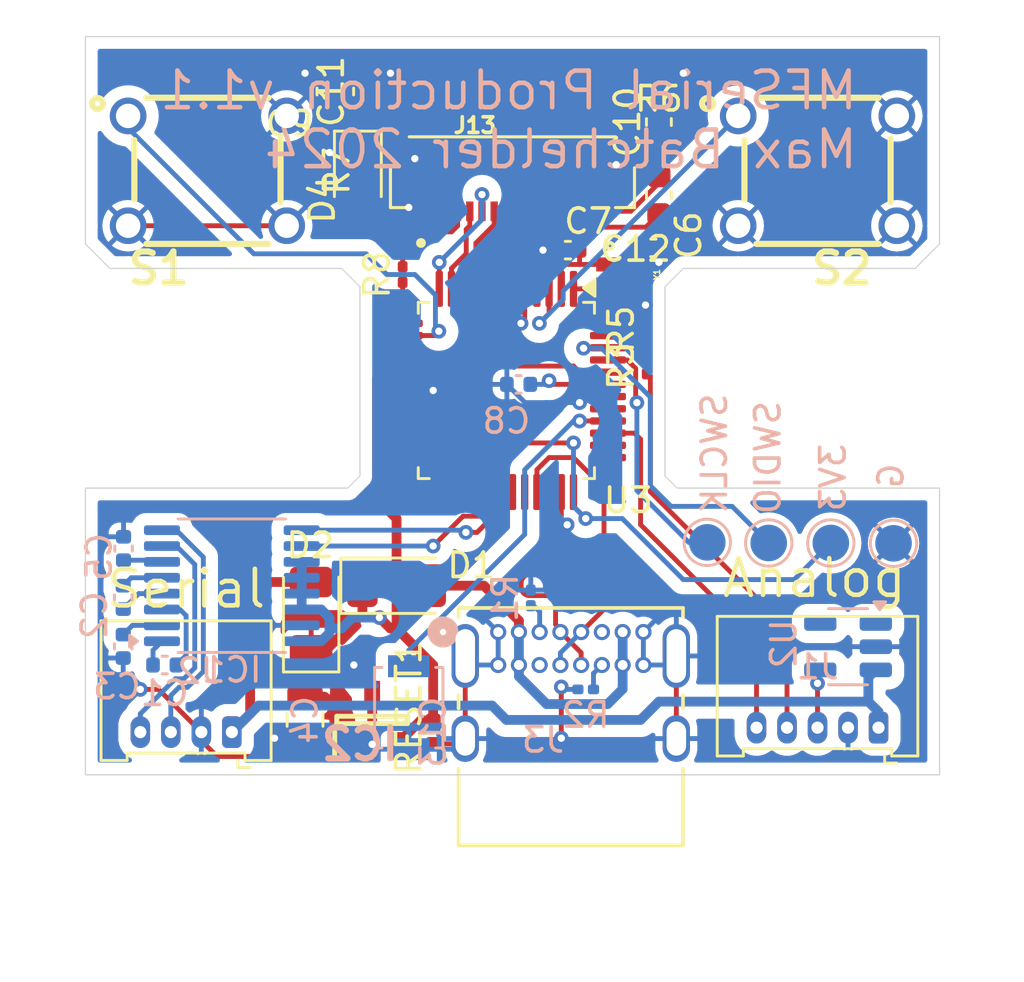
<source format=kicad_pcb>
(kicad_pcb (version 20240108) (generator "pcbnew") (generator_version "8.0")
  (layers (0 "F.Cu" signal) (31 "B.Cu" signal) (34 "B.Paste" user) (35 "F.Paste" user) (36 "B.SilkS" user "B.Silkscreen") (37 "F.SilkS" user "F.Silkscreen") (38 "B.Mask" user) (39 "F.Mask" user) (44 "Edge.Cuts" user))
  (net 0 "")
  (net 1 "/Net-(IC1-C1-)")
  (net 2 "/Net-(IC1-C1+)")
  (net 3 "/Net-(IC1-C2+)")
  (net 4 "/Net-(IC1-C2-)")
  (net 5 "GND")
  (net 6 "/Net-(IC1-V+)")
  (net 7 "VIN")
  (net 8 "/Net-(IC1-V-)")
  (net 9 "Net-(U3-PA00)")
  (net 10 "Net-(U3-PA01)")
  (net 11 "Net-(U3-VDDCORE)")
  (net 12 "Net-(C9-Pad2)")
  (net 13 "Net-(C10-Pad2)")
  (net 14 "Net-(C10-Pad1)")
  (net 15 "Net-(C11-Pad1)")
  (net 16 "Net-(C12-Pad1)")
  (net 17 "Net-(C12-Pad2)")
  (net 18 "+3V3")
  (net 19 "VUSB")
  (net 20 "+24V")
  (net 22 "Net-(D4-A)")
  (net 23 "SWDIO")
  (net 24 "SWCLK")
  (net 25 "/Net-(J8-CC1)")
  (net 26 "/Net-(J8-CC2)")
  (net 27 "ZOOM")
  (net 28 "ZSIG")
  (net 29 "SETLED")
  (net 30 "Net-(J13-Pad4)")
  (net 33 "ZREF")
  (net 34 "TOUT1")
  (net 35 "RIN1")
  (net 36 "ROUT1")
  (net 37 "TIN1")
  (net 38 "RUN")
  (net 39 "D-")
  (net 40 "D+")
  (net 43 "SCK")
  (net 44 "OLED_CS")
  (net 45 "OLED_DC")
  (net 46 "MOSI")
  (net 47 "RST")
  (net 48 "SETBTN")
  (net 49 "SOFTBTN")
  (net 55 "RXD")
  (net 57 "TXD")
  (net 58 "SCL")
  (net 59 "RXLED")
  (net 62 "OLED_RST")
  (net 64 "MISO")
  (net 65 "SDA")
  (footprint "Diode_SMD:D_1206_3216Metric" (layer "F.Cu") (at 101.75 87)
    (property "Reference" "D1")
    (property "Value" "D_Schottky")
  )
  (footprint "Capacitor_SMD:C_0603_1608Metric" (layer "F.Cu") (at 112.5 68 90)
    (property "Reference" "C10")
    (property "Value" "1uF")
  )
  (footprint "Connector_Molex:Molex_PicoBlade_53048-0510_1x05_P1.25mm_Horizontal" (layer "F.Cu") (at 121.5 92.817565 180)
    (property "Reference" "J1")
    (property "Value" "530480510")
  )
  (footprint "Capacitor_SMD:C_0402_1005Metric" (layer "F.Cu") (at 108.77 73.25)
    (property "Reference" "C7")
    (property "Value" "22pF")
  )
  (footprint "USB4085_GF_A:CONN16_USB4085-GF-A_GCT" (layer "F.Cu") (at 105.914444 88.9)
    (property "Reference" "J3")
    (property "Value" "USB4085-GF-A_REVB")
  )
  (footprint "Resistor_SMD:R_0201_0603Metric" (layer "F.Cu") (at 102 74.25 90)
    (property "Reference" "R8")
    (property "Value" "65")
  )
  (footprint "Connector_Molex:Molex_PicoBlade_53048-0410_1x04_P1.25mm_Horizontal" (layer "F.Cu") (at 95 93 180)
    (property "Reference" "J2")
    (property "Value" "530480410")
  )
  (footprint "Resistor_SMD:R_0201_0603Metric" (layer "F.Cu") (at 98.25 70 -90)
    (property "Reference" "R7")
    (property "Value" "680K")
  )
  (footprint "Resistor_SMD:R_0201_0603Metric" (layer "F.Cu") (at 112 78 90)
    (property "Reference" "R3")
    (property "Value" "4K7")
  )
  (footprint "FH34SRJ_16S_0_5SH_50:HRS_FH34SRJ-16S-0.5SH_50_" (layer "F.Cu") (at 106.5 70.406454 180)
    (property "Reference" "J13")
    (property "Value" "FH34SRJ-16S-0.5SH_50_")
  )
  (footprint "Resistor_SMD:R_0201_0603Metric" (layer "F.Cu") (at 112.5 66 180)
    (property "Reference" "R6")
    (property "Value" "5K1")
  )
  (footprint "Capacitor_SMD:C_0402_1005Metric" (layer "F.Cu") (at 112.272649 73.157284 180)
    (property "Reference" "C6")
    (property "Value" "22pF")
  )
  (footprint "Package_QFP:TQFP-48_7x7mm_P0.5mm" (layer "F.Cu") (at 106.25 79 -90)
    (property "Reference" "U3")
    (property "Value" "ATSAMD21G18A-AUT")
  )
  (footprint "Capacitor_SMD:C_0603_1608Metric" (layer "F.Cu") (at 100.5 66.75 90)
    (property "Reference" "C11")
    (property "Value" "10uF")
  )
  (footprint "FSM10JH:FSM4JH" (layer "F.Cu") (at 94 70)
    (property "Reference" "S1")
    (property "Value" "FSM12JH" (hide yes))
  )
  (footprint "Diode_SMD:D_1206_3216Metric" (layer "F.Cu") (at 98.25 88.25 90)
    (property "Reference" "D2")
    (property "Value" "D_Schottky")
  )
  (footprint "Capacitor_SMD:C_0402_1005Metric" (layer "F.Cu") (at 103.25 93 90)
    (property "Reference" "C13")
    (property "Value" "10uF,10V+")
  )
  (footprint "ECS__327_12_5_1210_TR:XTAL_ECS-.327-12.5-1210-TR" (layer "F.Cu") (at 110.5 74.25 -90)
    (property "Reference" "Y1")
    (property "Value" "ECS-.327-12.5-1210-TR")
  )
  (footprint "Capacitor_SMD:C_0603_1608Metric" (layer "F.Cu") (at 99 66.75 -90)
    (property "Reference" "C9")
    (property "Value" "10uF")
  )
  (footprint "Capacitor_SMD:C_0603_1608Metric" (layer "F.Cu") (at 112.5 71 -90)
    (property "Reference" "C12")
    (property "Value" "1uF")
  )
  (footprint "Capacitor_SMD:C_0805_2012Metric" (layer "F.Cu") (at 98 92.5 90)
    (property "Reference" "C4")
    (property "Value" "1uF,60V+")
  )
  (footprint "AP7375-33SA-7:SOT96P240X110-3N" (layer "F.Cu") (at 100.75 92.5 90)
    (property "Reference" "IC2")
    (property "Value" "AP7375-33SA-7" (hide yes))
  )
  (footprint "FSM10JH:FSM4JH" (layer "F.Cu") (at 119 70)
    (property "Reference" "S2")
    (property "Value" "FSM12JH" (hide yes))
  )
  (footprint "LED_SMD:LED_0805_2012Metric" (layer "F.Cu") (at 100.164159 70.058038 -90)
    (property "Reference" "D4")
    (property "Value" "LED")
  )
  (footprint "Resistor_SMD:R_0201_0603Metric" (layer "F.Cu") (at 112 76.5 90)
    (property "Reference" "R5")
    (property "Value" "3K3")
  )
  (footprint "Capacitor_SMD:C_0402_1005Metric" (layer "B.Cu") (at 106.75 78.75 180)
    (property "Reference" "C8")
    (property "Value" "1pF")
  )
  (footprint "TestPoint:TestPoint_Pad_D1.5mm" (layer "B.Cu") (at 117 85.25 90)
    (property "Reference" "SWDIO")
    (property "Value" "TestPoint_Pad_D1.5mm")
  )
  (footprint "Resistor_SMD:R_0201_0603Metric" (layer "B.Cu") (at 107.25 87.5 -90)
    (property "Reference" "R1")
    (property "Value" "5K1")
  )
  (footprint "Capacitor_SMD:C_0402_1005Metric" (layer "B.Cu") (at 90.562515 85.476083 90)
    (property "Reference" "C5")
    (property "Value" "100nF,24V+")
  )
  (footprint "Capacitor_SMD:C_0402_1005Metric" (layer "B.Cu") (at 92.25 90.25)
    (property "Reference" "C1")
    (property "Value" "100nF,24V+")
  )
  (footprint "TestPoint:TestPoint_Pad_D1.5mm" (layer "B.Cu") (at 122.115188 85.263184 90)
    (property "Reference" "G")
    (property "Value" "TestPoint_Pad_D1.5mm")
  )
  (footprint "Package_SO:TSSOP-16_4.4x5mm_P0.65mm" (layer "B.Cu") (at 95 87)
    (property "Reference" "IC1")
    (property "Value" "MAX3323EEUE+T")
  )
  (footprint "TestPoint:TestPoint_Pad_D1.5mm" (layer "B.Cu") (at 119.544411 85.25 90)
    (property "Reference" "3V3")
    (property "Value" "TestPoint_Pad_D1.5mm")
  )
  (footprint "Resistor_SMD:R_0201_0603Metric" (layer "B.Cu") (at 109.5 91.25)
    (property "Reference" "R2")
    (property "Value" "5K1")
  )
  (footprint "TestPoint:TestPoint_Pad_D1.5mm" (layer "B.Cu") (at 114.481957 85.223633 90)
    (property "Reference" "SWCLK")
    (property "Value" "TestPoint_Pad_D1.5mm")
  )
  (footprint "Package_TO_SOT_SMD:TSOT-23-5" (layer "B.Cu") (at 120.25 89.5 180)
    (property "Reference" "U2")
    (property "Value" "ADR02AUJZ-REEL7")
  )
  (footprint "Capacitor_SMD:C_0402_1005Metric" (layer "B.Cu") (at 90.549331 89.484387 -90)
    (property "Reference" "C3")
    (property "Value" "100nF,24V+")
  )
  (footprint "Capacitor_SMD:C_0402_1005Metric" (layer "B.Cu") (at 90.549331 87.480499 90)
    (property "Reference" "C2")
    (property "Value" "100nF,24V+")
  )
  (footprint "Button_Switch_SMD:SW_SPST_B3U-1000P" (layer "B.Cu") (at 102.25 92 90)
    (property "Reference" "RESET1")
    (property "Value" "B3U-1000P")
  )
  (gr_line (start 100.25 82.5) (end 100.25 74.75) (stroke (width 0.05)) (layer "Edge.Cuts"))
  (gr_line (start 89 94.75) (end 89 83) (stroke (width 0.05)) (layer "Edge.Cuts"))
  (gr_line (start 112.75 74.75) (end 112.75 82.5) (stroke (width 0.05)) (layer "Edge.Cuts"))
  (gr_line (start 123 74) (end 113.5 74) (stroke (width 0.05)) (layer "Edge.Cuts"))
  (gr_line (start 123 74) (end 124 73) (stroke (width 0.05)) (layer "Edge.Cuts"))
  (gr_line (start 124 94.75) (end 89 94.75) (stroke (width 0.05)) (layer "Edge.Cuts"))
  (gr_line (start 89 73) (end 90 74) (stroke (width 0.05)) (layer "Edge.Cuts"))
  (gr_line (start 112.75 74.75) (end 113.5 74) (stroke (width 0.05)) (layer "Edge.Cuts"))
  (gr_line (start 112.75 82.5) (end 113.25 83) (stroke (width 0.05)) (layer "Edge.Cuts"))
  (gr_line (start 89 64.5) (end 124 64.5) (stroke (width 0.05)) (layer "Edge.Cuts"))
  (gr_line (start 99.75 83) (end 100.25 82.5) (stroke (width 0.05)) (layer "Edge.Cuts"))
  (gr_line (start 99.5 74) (end 90 74) (stroke (width 0.05)) (layer "Edge.Cuts"))
  (gr_line (start 113.25 83) (end 124 83) (stroke (width 0.05)) (layer "Edge.Cuts"))
  (gr_line (start 124 64.5) (end 124 73) (stroke (width 0.05)) (layer "Edge.Cuts"))
  (gr_line (start 99.5 74) (end 100.25 74.75) (stroke (width 0.05)) (layer "Edge.Cuts"))
  (gr_line (start 89 83) (end 99.75 83) (stroke (width 0.05)) (layer "Edge.Cuts"))
  (gr_line (start 124 83) (end 124 94.75) (stroke (width 0.05)) (layer "Edge.Cuts"))
  (gr_line (start 89 73) (end 89 64.5) (stroke (width 0.05)) (layer "Edge.Cuts"))
  (gr_text "MFSerial Production v1.1\nMax Batchelder 2024" (at 120.75 70 0) (layer "B.SilkS") (effects (font (size 1.5 1.5) (thickness 0.1875)) (justify left bottom mirror)))
  (gr_text "Serial" (at 89.75 88 0) (layer "F.SilkS") (effects (font (size 1.5 1.5) (thickness 0.1875)) (justify left bottom)))
  (gr_text "Analog" (at 115 87.565899 0) (layer "F.SilkS") (effects (font (size 1.5 1.5) (thickness 0.1875)) (justify left bottom)))
  (segment (start 92.874999 87.975) (end 92.1375 87.975) (width 0.2) (layer "B.Cu") (net 1))
  (segment (start 92.73 90.25) (end 93.1274 89.8526) (width 0.2) (layer "B.Cu") (net 1))
  (segment (start 93.1274 89.8526) (end 93.1274 88.227401) (width 0.2) (layer "B.Cu") (net 1))
  (segment (start 93.1274 88.227401) (end 92.874999 87.975) (width 0.2) (layer "B.Cu") (net 1))
  (segment (start 91.77 90.25) (end 91.77 89.6425) (width 0.2) (layer "B.Cu") (net 2))
  (segment (start 91.77 89.6425) (end 92.1375 89.275) (width 0.2) (layer "B.Cu") (net 2))
  (segment (start 90.549331 87.960499) (end 91.18483 87.325) (width 0.2) (layer "B.Cu") (net 3))
  (segment (start 91.18483 87.325) (end 92.1375 87.325) (width 0.2) (layer "B.Cu") (net 3))
  (segment (start 90.87483 86.675) (end 92.1375 86.675) (width 0.2) (layer "B.Cu") (net 4))
  (segment (start 90.549331 87.000499) (end 90.87483 86.675) (width 0.2) (layer "B.Cu") (net 4))
  (segment (start 90.75 72.25) (end 97.25 72.25) (width 0.2) (layer "F.Cu") (net 5))
  (segment (start 103.25 93.48) (end 104.349459 93.48) (width 0.2) (layer "F.Cu") (net 5))
  (segment (start 94.4 94) (end 97.45 94) (width 0.2) (layer "F.Cu") (net 5))
  (segment (start 103 78.75) (end 103.25 79) (width 0.2) (layer "F.Cu") (net 5))
  (segment (start 107 76.1) (end 107 74.8375) (width 0.2) (layer "F.Cu") (net 5))
  (segment (start 108.5 83.1625) (end 108.5 84.261932) (width 0.2) (layer "F.Cu") (net 5))
  (segment (start 100.5 65.975) (end 99 65.975) (width 0.2) (layer "F.Cu") (net 5))
  (segment (start 98 93.45) (end 96.95 93.45) (width 0.2) (layer "F.Cu") (net 5))
  (segment (start 104.079459 93.75) (end 104.564459 93.265) (width 0.2) (layer "F.Cu") (net 5))
  (segment (start 98.025 65.975) (end 98 66) (width 0.2) (layer "F.Cu") (net 5))
  (segment (start 104.349459 93.48) (end 104.564459 93.265) (width 0.2) (layer "F.Cu") (net 5))
  (segment (start 102.406454 71.656454) (end 102.25 71.5) (width 0.2) (layer "F.Cu") (net 5))
  (segment (start 112 75.55) (end 111.95 75.5) (width 0.2) (layer "F.Cu") (net 5))
  (segment (start 100 90.25) (end 100.75 91) (width 0.4) (layer "F.Cu") (net 5))
  (segment (start 110.4125 79.25) (end 110.3149 79.3476) (width 0.2) (layer "F.Cu") (net 5))
  (segment (start 104.184443 89.5) (end 104.564444 89.880001) (width 0.2) (layer "F.Cu") (net 5))
  (segment (start 106.85 76.25) (end 107 76.1) (width 0.2) (layer "F.Cu") (net 5))
  (segment (start 101.75 69.156454) (end 102.156454 69.156454) (width 0.2) (layer "F.Cu") (net 5))
  (segment (start 112.752649 73.497351) (end 112.5 73.75) (width 0.2) (layer "F.Cu") (net 5))
  (segment (start 113.5 66) (end 112.82 66) (width 0.2) (layer "F.Cu") (net 5))
  (segment (start 107 74.8375) (end 107 73.089362) (width 0.2) (layer "F.Cu") (net 5))
  (segment (start 93.75 93) (end 93.75 93.35) (width 0.2) (layer "F.Cu") (net 5))
  (segment (start 104.564459 89.880016) (end 104.564444 89.880001) (width 0.2) (layer "F.Cu") (net 5))
  (segment (start 93.75 93) (end 92 91.25) (width 0.2) (layer "F.Cu") (net 5))
  (segment (start 104.564459 93.265) (end 104.564459 89.880016) (width 0.2) (layer "F.Cu") (net 5))
  (segment (start 111.25 69.156454) (end 111.25 69.25) (width 0.2) (layer "F.Cu") (net 5))
  (segment (start 112.752649 73.157284) (end 112.752649 73.497351) (width 0.2) (layer "F.Cu") (net 5))
  (segment (start 108.29 73.25) (end 107.75 73.25) (width 0.2) (layer "F.Cu") (net 5))
  (segment (start 107 73.089362) (end 107.75 72.339362) (width 0.2) (layer "F.Cu") (net 5))
  (segment (start 100.164159 69.120538) (end 99.129462 69.120538) (width 0.2) (layer "F.Cu") (net 5))
  (segment (start 112 76.18) (end 112 75.55) (width 0.2) (layer "F.Cu") (net 5))
  (segment (start 96.95 93.45) (end 96.75 93.25) (width 0.2) (layer "F.Cu") (net 5))
  (segment (start 108.5 91.15) (end 108.5 91.75) (width 0.2) (layer "F.Cu") (net 5))
  (segment (start 99.129462 69.120538) (end 99 69.25) (width 0.2) (layer "F.Cu") (net 5))
  (segment (start 92 91.25) (end 91.25 91.25) (width 0.2) (layer "F.Cu") (net 5))
  (segment (start 100.5 65.975) (end 101.475 65.975) (width 0.2) (layer "F.Cu") (net 5))
  (segment (start 97.45 94) (end 98 93.45) (width 0.2) (layer "F.Cu") (net 5))
  (segment (start 102.75 71.656454) (end 102.406454 71.656454) (width 0.2) (layer "F.Cu") (net 5))
  (segment (start 98.57 69.68) (end 99 69.25) (width 0.2) (layer "F.Cu") (net 5))
  (segment (start 107.75 72.339362) (end 107.75 71.656454) (width 0.2) (layer "F.Cu") (net 5))
  (segment (start 100.75 91) (end 100.75 91.45) (width 0.2) (layer "F.Cu") (net 5))
  (segment (start 101.475 65.975) (end 101.5 66) (width 0.2) (layer "F.Cu") (net 5))
  (segment (start 99 65.975) (end 98.025 65.975) (width 0.2) (layer "F.Cu") (net 5))
  (segment (start 93.75 93.35) (end 94.4 94) (width 0.2) (layer "F.Cu") (net 5))
  (segment (start 102.156454 69.156454) (end 102.5 69.5) (width 0.2) (layer "F.Cu") (net 5))
  (segment (start 108.5 91.75) (end 108.5 93.25) (width 0.2) (layer "F.Cu") (net 5))
  (segment (start 113.214429 93.265) (end 113.214429 89.88) (width 0.2) (layer "F.Cu") (net 5))
  (segment (start 110.3149 79.3476) (end 109.399997 79.3476) (width 0.2) (layer "F.Cu") (net 5))
  (segment (start 109.399997 79.3476) (end 109.25 79.497597) (width 0.2) (layer "F.Cu") (net 5))
  (segment (start 102.0875 78.75) (end 103 78.75) (width 0.2) (layer "F.Cu") (net 5))
  (segment (start 98.25 69.68) (end 98.57 69.68) (width 0.2) (layer "F.Cu") (net 5))
  (segment (start 100.75 91.45) (end 100.75 93.5) (width 0.4) (layer "F.Cu") (net 5))
  (segment (start 111.25 69.25) (end 110.75 69.75) (width 0.2) (layer "F.Cu") (net 5))
  (segment (start 108.5 84.261932) (end 108.741051 84.502983) (width 0.2) (layer "F.Cu") (net 5))
  (via (at 107.75 73.25) (size 0.6) (drill 0.3) (layers "F.Cu" "B.Cu") (net 5))
  (via (at 108.5 93.25) (size 0.6) (drill 0.3) (layers "F.Cu" "B.Cu") (net 5))
  (via (at 99 69.25) (size 0.6) (drill 0.3) (layers "F.Cu" "B.Cu") (net 5))
  (via (at 103.25 79) (size 0.6) (drill 0.3) (layers "F.Cu" "B.Cu") (net 5))
  (via (at 91.25 91.25) (size 0.6) (drill 0.3) (layers "F.Cu" "B.Cu") (net 5))
  (via (at 98 66) (size 0.6) (drill 0.3) (layers "F.Cu" "B.Cu") (net 5))
  (via (at 108.5 91.15) (size 0.6) (drill 0.3) (layers "F.Cu" "B.Cu") (net 5))
  (via (at 111.95 75.5) (size 0.6) (drill 0.3) (layers "F.Cu" "B.Cu") (net 5))
  (via (at 96.75 93.25) (size 0.6) (drill 0.3) (layers "F.Cu" "B.Cu") (net 5))
  (via (at 112.5 73.75) (size 0.6) (drill 0.3) (layers "F.Cu" "B.Cu") (net 5))
  (via (at 100 90.25) (size 0.6) (drill 0.3) (layers "F.Cu" "B.Cu") (net 5))
  (via (at 113.5 66) (size 0.6) (drill 0.3) (layers "F.Cu" "B.Cu") (net 5))
  (via (at 109.25 79.497597) (size 0.6) (drill 0.3) (layers "F.Cu" "B.Cu") (net 5))
  (via (at 110.75 69.75) (size 0.6) (drill 0.3) (layers "F.Cu" "B.Cu") (net 5))
  (via (at 100.75 93.5) (size 0.6) (drill 0.3) (layers "F.Cu" "B.Cu") (net 5))
  (via (at 106.85 76.25) (size 0.6) (drill 0.3) (layers "F.Cu" "B.Cu") (net 5))
  (via (at 102.5 69.5) (size 0.6) (drill 0.3) (layers "F.Cu" "B.Cu") (net 5))
  (via (at 101.5 66) (size 0.6) (drill 0.3) (layers "F.Cu" "B.Cu") (net 5))
  (via (at 108.741051 84.502983) (size 0.6) (drill 0.3) (layers "F.Cu" "B.Cu") (net 5))
  (via (at 102.25 71.5) (size 0.6) (drill 0.3) (layers "F.Cu" "B.Cu") (net 5))
  (segment (start 111.864445 88.9) (end 111.864445 90.25) (width 0.2) (layer "B.Cu") (net 5))
  (segment (start 107.017597 79.497597) (end 109.25 79.497597) (width 0.2) (layer "B.Cu") (net 5))
  (segment (start 105.914444 90.25) (end 104.934443 90.25) (width 0.2) (layer "B.Cu") (net 5))
  (segment (start 108.07 87.18) (end 108.25 87) (width 0.2) (layer "B.Cu") (net 5))
  (segment (start 102.25 93.7) (end 104.129459 93.7) (width 0.2) (layer "B.Cu") (net 5))
  (segment (start 104.934443 90.25) (end 104.564444 89.880001) (width 0.2) (layer "B.Cu") (net 5))
  (segment (start 108.6 91.25) (end 108.5 91.15) (width 0.2) (layer "B.Cu") (net 5))
  (segment (start 109.18 91.25) (end 108.6 91.25) (width 0.2) (layer "B.Cu") (net 5))
  (segment (start 112.844429 90.25) (end 113.214429 89.88) (width 0.2) (layer "B.Cu") (net 5))
  (segment (start 105.914444 88.9) (end 105.914444 90.25) (width 0.2) (layer "B.Cu") (net 5))
  (segment (start 104.129459 93.7) (end 104.564459 93.265) (width 0.2) (layer "B.Cu") (net 5))
  (segment (start 97.8625 88.625) (end 96.125 88.625) (width 0.2) (layer "B.Cu") (net 5))
  (segment (start 107.25 87.18) (end 108.07 87.18) (width 0.2) (layer "B.Cu") (net 5))
  (segment (start 111.864445 90.25) (end 112.844429 90.25) (width 0.2) (layer "B.Cu") (net 5))
  (segment (start 107.25 87.18) (end 106.68 87.18) (width 0.2) (layer "B.Cu") (net 5))
  (segment (start 106.68 87.18) (end 106.5 87) (width 0.2) (layer "B.Cu") (net 5))
  (segment (start 96.125 88.625) (end 96 88.5) (width 0.2) (layer "B.Cu") (net 5))
  (segment (start 106.27 78.75) (end 107.017597 79.497597) (width 0.2) (layer "B.Cu") (net 5))
  (segment (start 90.928718 88.625) (end 92.1375 88.625) (width 0.2) (layer "B.Cu") (net 6))
  (segment (start 90.549331 89.004387) (end 90.928718 88.625) (width 0.2) (layer "B.Cu") (net 6))
  (segment (start 100.35 87) (end 100.35 88.15) (width 0.4) (layer "F.Cu") (net 7))
  (segment (start 99.79 92.54) (end 99.79 93.55) (width 0.4) (layer "F.Cu") (net 7))
  (segment (start 98.25 89.65) (end 98.25 91.3) (width 0.4) (layer "F.Cu") (net 7))
  (segment (start 98.85 89.65) (end 98.25 89.65) (width 0.4) (layer "F.Cu") (net 7))
  (segment (start 100.35 88.15) (end 98.85 89.65) (width 0.4) (layer "F.Cu") (net 7))
  (segment (start 98.25 91.3) (end 98 91.55) (width 0.4) (layer "F.Cu") (net 7))
  (segment (start 98 91.55) (end 98.8 91.55) (width 0.4) (layer "F.Cu") (net 7))
  (segment (start 98.8 91.55) (end 99.79 92.54) (width 0.4) (layer "F.Cu") (net 7))
  (segment (start 90.562515 85.956083) (end 92.068583 85.956083) (width 0.2) (layer "B.Cu") (net 8))
  (segment (start 92.068583 85.956083) (end 92.1375 86.025) (width 0.2) (layer "B.Cu") (net 8))
  (segment (start 111.3224 73.627533) (end 111.792649 73.157284) (width 0.2) (layer "F.Cu") (net 9))
  (segment (start 111.3224 74.6101) (end 111.3224 73.627533) (width 0.2) (layer "F.Cu") (net 9))
  (segment (start 110.5 74.6625) (end 111.27 74.6625) (width 0.2) (layer "F.Cu") (net 9))
  (segment (start 111.27 74.6625) (end 111.3224 74.6101) (width 0.2) (layer "F.Cu") (net 9))
  (segment (start 109 74.8375) (end 110.325 74.8375) (width 0.2) (layer "F.Cu") (net 9))
  (segment (start 110.325 74.8375) (end 110.5 74.6625) (width 0.2) (layer "F.Cu") (net 9))
  (segment (start 109.25 73.25) (end 109.25 73.8375) (width 0.2) (layer "F.Cu") (net 10))
  (segment (start 108.582722 73.8375) (end 109.25 73.8375) (width 0.2) (layer "F.Cu") (net 10))
  (segment (start 108.5 74.8375) (end 108.5 73.920222) (width 0.2) (layer "F.Cu") (net 10))
  (segment (start 109.25 73.8375) (end 110.5 73.8375) (width 0.2) (layer "F.Cu") (net 10))
  (segment (start 108.5 73.920222) (end 108.582722 73.8375) (width 0.2) (layer "F.Cu") (net 10))
  (segment (start 108.15 78.75) (end 110.4125 78.75) (width 0.2) (layer "F.Cu") (net 11))
  (segment (start 108 78.6) (end 108.15 78.75) (width 0.2) (layer "F.Cu") (net 11))
  (via (at 108 78.6) (size 0.6) (drill 0.3) (layers "F.Cu" "B.Cu") (net 11))
  (segment (start 107.85 78.75) (end 107.23 78.75) (width 0.2) (layer "B.Cu") (net 11))
  (segment (start 108 78.6) (end 107.85 78.75) (width 0.2) (layer "B.Cu") (net 11))
  (segment (start 99 67.525) (end 99.855638 68.380638) (width 0.2) (layer "F.Cu") (net 12))
  (segment (start 101.5 70.25) (end 102.5 70.25) (width 0.2) (layer "F.Cu") (net 12))
  (segment (start 101.25 70) (end 101.5 70.25) (width 0.2) (layer "F.Cu") (net 12))
  (segment (start 100.880638 68.380638) (end 101.25 68.75) (width 0.2) (layer "F.Cu") (net 12))
  (segment (start 102.5 70.25) (end 103.25 71) (width 0.2) (layer "F.Cu") (net 12))
  (segment (start 99.855638 68.380638) (end 100.880638 68.380638) (width 0.2) (layer "F.Cu") (net 12))
  (segment (start 103.25 71) (end 103.25 71.656454) (width 0.2) (layer "F.Cu") (net 12))
  (segment (start 101.25 68.75) (end 101.25 70) (width 0.2) (layer "F.Cu") (net 12))
  (segment (start 112.076654 67.225) (end 112.5 67.225) (width 0.2) (layer "F.Cu") (net 13))
  (segment (start 108.75 70.551654) (end 112.076654 67.225) (width 0.2) (layer "F.Cu") (net 13))
  (segment (start 108.75 71.656454) (end 108.75 70.551654) (width 0.2) (layer "F.Cu") (net 13))
  (segment (start 109.351654 71) (end 110.56862 71) (width 0.2) (layer "F.Cu") (net 14))
  (segment (start 109.25 71.656454) (end 109.25 71.101654) (width 0.2) (layer "F.Cu") (net 14))
  (segment (start 109.25 71.101654) (end 109.351654 71) (width 0.2) (layer "F.Cu") (net 14))
  (segment (start 112.5 69.06862) (end 112.5 68.775) (width 0.2) (layer "F.Cu") (net 14))
  (segment (start 110.56862 71) (end 112.5 69.06862) (width 0.2) (layer "F.Cu") (net 14))
  (segment (start 101.775 67.525) (end 100.5 67.525) (width 0.2) (layer "F.Cu") (net 15))
  (segment (start 103.75 71.656454) (end 103.75 69.5) (width 0.2) (layer "F.Cu") (net 15))
  (segment (start 103.75 69.5) (end 101.775 67.525) (width 0.2) (layer "F.Cu") (net 15))
  (segment (start 112.5 70.5) (end 112.5 70.225) (width 0.2) (layer "F.Cu") (net 16))
  (segment (start 111.343546 71.656454) (end 112.5 70.5) (width 0.2) (layer "F.Cu") (net 16))
  (segment (start 110.25 71.656454) (end 111.343546 71.656454) (width 0.2) (layer "F.Cu") (net 16))
  (segment (start 109.75 71.656454) (end 109.75 72.256454) (width 0.2) (layer "F.Cu") (net 17))
  (segment (start 109.8024 72.308854) (end 111.966146 72.308854) (width 0.2) (layer "F.Cu") (net 17))
  (segment (start 111.966146 72.308854) (end 112.5 71.775) (width 0.2) (layer "F.Cu") (net 17))
  (segment (start 109.75 72.256454) (end 109.8024 72.308854) (width 0.2) (layer "F.Cu") (net 17))
  (segment (start 101.2 78.25) (end 102.0875 78.25) (width 0.2) (layer "F.Cu") (net 18))
  (segment (start 103.25 92.52) (end 103.25 90.25) (width 0.4) (layer "F.Cu") (net 18))
  (segment (start 101.75 88.75) (end 101.75 84.25) (width 0.4) (layer "F.Cu") (net 18))
  (segment (start 105.5 79.75) (end 105.5 78.25) (width 0.2) (layer "F.Cu") (net 18))
  (segment (start 105.75 78) (end 106.75 78) (width 0.2) (layer "F.Cu") (net 18))
  (segment (start 106.5 73.023676) (end 107.25 72.273676) (width 0.2) (layer "F.Cu") (net 18))
  (segment (start 100.95 83.45) (end 100.95 78.5) (width 0.4) (layer "F.Cu") (net 18))
  (segment (start 107.25 72.273676) (end 107.25 71.656454) (width 0.2) (layer "F.Cu") (net 18))
  (segment (start 105.5 78.25) (end 105.75 78) (width 0.2) (layer "F.Cu") (net 18))
  (segment (start 106.25 75.85741) (end 106.25 76.75) (width 0.2) (layer "F.Cu") (net 18))
  (segment (start 108.2 70.956454) (end 108.25 71.006454) (width 0.2) (layer "F.Cu") (net 18))
  (segment (start 106.5 75.60741) (end 106.25 75.85741) (width 0.2) (layer "F.Cu") (net 18))
  (segment (start 109 81.15) (end 106.9 81.15) (width 0.2) (layer "F.Cu") (net 18))
  (segment (start 109.5 84.25) (end 109 83.75) (width 0.2) (layer "F.Cu") (net 18))
  (segment (start 109.25 78.25) (end 110.4125 78.25) (width 0.2) (layer "F.Cu") (net 18))
  (segment (start 101.71 93.55) (end 102.74 92.52) (width 0.4) (layer "F.Cu") (net 18))
  (segment (start 106.9 81.15) (end 105.5 79.75) (width 0.2) (layer "F.Cu") (net 18))
  (segment (start 105.5 78.25) (end 102.0875 78.25) (width 0.2) (layer "F.Cu") (net 18))
  (segment (start 107.25 71.656454) (end 107.25 71.006454) (width 0.2) (layer "F.Cu") (net 18))
  (segment (start 109 78) (end 109.25 78.25) (width 0.2) (layer "F.Cu") (net 18))
  (segment (start 106.5 74.8375) (end 106.5 73.023676) (width 0.2) (layer "F.Cu") (net 18))
  (segment (start 107.25 71.006454) (end 107.3 70.956454) (width 0.2) (layer "F.Cu") (net 18))
  (segment (start 106.75 77.25) (end 106.75 78) (width 0.2) (layer "F.Cu") (net 18))
  (segment (start 106.5 74.8375) (end 106.5 75.60741) (width 0.2) (layer "F.Cu") (net 18))
  (segment (start 101.2 78.25) (end 100.95 78.5) (width 0.2) (layer "F.Cu") (net 18))
  (segment (start 103.25 90.25) (end 101.75 88.75) (width 0.4) (layer "F.Cu") (net 18))
  (segment (start 107.3 70.956454) (end 108.2 70.956454) (width 0.2) (layer "F.Cu") (net 18))
  (segment (start 101.75 84.25) (end 100.95 83.45) (width 0.4) (layer "F.Cu") (net 18))
  (segment (start 106.25 76.75) (end 106.75 77.25) (width 0.2) (layer "F.Cu") (net 18))
  (segment (start 101.490537 88.75) (end 101.047546 88.307009) (width 0.4) (layer "F.Cu") (net 18))
  (segment (start 106.75 78) (end 109 78) (width 0.2) (layer "F.Cu") (net 18))
  (segment (start 109 83.75) (end 109 83.1625) (width 0.2) (layer "F.Cu") (net 18))
  (segment (start 108.25 71.006454) (end 108.25 71.656454) (width 0.2) (layer "F.Cu") (net 18))
  (segment (start 101.75 88.75) (end 101.490537 88.75) (width 0.4) (layer "F.Cu") (net 18))
  (segment (start 102.74 92.52) (end 103.25 92.52) (width 0.4) (layer "F.Cu") (net 18))
  (via (at 109.5 84.25) (size 0.6) (drill 0.3) (layers "F.Cu" "B.Cu") (net 18))
  (via (at 109 81.15) (size 0.6) (drill 0.3) (layers "F.Cu" "B.Cu") (net 18))
  (via (at 101.047546 88.307009) (size 0.6) (drill 0.3) (layers "F.Cu" "B.Cu") (net 18))
  (segment (start 99.5 88.75) (end 99 88.75) (width 0.4) (layer "B.Cu") (net 18))
  (segment (start 109 81.15) (end 109 83.75) (width 0.2) (layer "B.Cu") (net 18))
  (segment (start 109 83.75) (end 109.5 84.25) (width 0.2) (layer "B.Cu") (net 18))
  (segment (start 109.5 84.25) (end 111 84.25) (width 0.2) (layer "B.Cu") (net 18))
  (segment (start 113.5 86.75) (end 118.044411 86.75) (width 0.2) (layer "B.Cu") (net 18))
  (segment (start 99 88.315122) (end 99 88.75) (width 0.4) (layer "B.Cu") (net 18))
  (segment (start 99.942991 88.307009) (end 99.5 88.75) (width 0.4) (layer "B.Cu") (net 18))
  (segment (start 97.8625 87.325) (end 97.8625 86.675) (width 0.4) (layer "B.Cu") (net 18))
  (segment (start 97.8625 87.975) (end 97.8625 87.325) (width 0.4) (layer "B.Cu") (net 18))
  (segment (start 98.659878 87.975) (end 99 88.315122) (width 0.4) (layer "B.Cu") (net 18))
  (segment (start 101.047546 88.307009) (end 99.942991 88.307009) (width 0.4) (layer "B.Cu") (net 18))
  (segment (start 111 84.25) (end 113.5 86.75) (width 0.2) (layer "B.Cu") (net 18))
  (segment (start 118.044411 86.75) (end 119.544411 85.25) (width 0.2) (layer "B.Cu") (net 18))
  (segment (start 97.8625 87.975) (end 98.659878 87.975) (width 0.4) (layer "B.Cu") (net 18))
  (segment (start 97.8625 86.675) (end 97.8625 86.025) (width 0.4) (layer "B.Cu") (net 18))
  (segment (start 99 88.75) (end 99 88.934878) (width 0.4) (layer "B.Cu") (net 18))
  (segment (start 98.025 89.275) (end 97.8625 89.275) (width 0.4) (layer "B.Cu") (net 18))
  (segment (start 99 88.934878) (end 98.659878 89.275) (width 0.4) (layer "B.Cu") (net 18))
  (segment (start 98.659878 89.275) (end 97.8625 89.275) (width 0.4) (layer "B.Cu") (net 18))
  (segment (start 106.764445 88.433027) (end 105.331418 87) (width 0.4) (layer "F.Cu") (net 19))
  (segment (start 105.331418 87) (end 103.15 87) (width 0.4) (layer "F.Cu") (net 19))
  (segment (start 106.764445 88.9) (end 106.764445 88.433027) (width 0.4) (layer "F.Cu") (net 19))
  (segment (start 107.897472 91.85) (end 110.4 91.85) (width 0.4) (layer "B.Cu") (net 19))
  (segment (start 111.014444 91.235556) (end 111.014444 90.25) (width 0.4) (layer "B.Cu") (net 19))
  (segment (start 106.764445 90.716973) (end 107.897472 91.85) (width 0.4) (layer "B.Cu") (net 19))
  (segment (start 111.014444 88.9) (end 111.014444 90.25) (width 0.4) (layer "B.Cu") (net 19))
  (segment (start 106.764445 90.25) (end 106.764445 90.716973) (width 0.4) (layer "B.Cu") (net 19))
  (segment (start 106.764445 88.9) (end 106.764445 90.25) (width 0.4) (layer "B.Cu") (net 19))
  (segment (start 110.4 91.85) (end 111.014444 91.235556) (width 0.4) (layer "B.Cu") (net 19))
  (segment (start 95.75 92.25) (end 95 93) (width 0.4) (layer "F.Cu") (net 20))
  (segment (start 95.75 87.25) (end 96.15 86.85) (width 0.4) (layer "F.Cu") (net 20))
  (segment (start 96.15 86.85) (end 98.25 86.85) (width 0.4) (layer "F.Cu") (net 20))
  (segment (start 95.75 87.25) (end 95.75 92.25) (width 0.4) (layer "F.Cu") (net 20))
  (segment (start 121.082435 90.755065) (end 121.3875 90.45) (width 0.4) (layer "B.Cu") (net 20))
  (segment (start 111.75 92.5) (end 112.5 91.75) (width 0.4) (layer "B.Cu") (net 20))
  (segment (start 121.082435 91.75) (end 121.5 92.167565) (width 0.4) (layer "B.Cu") (net 20))
  (segment (start 121.082435 91.75) (end 121.082435 90.755065) (width 0.4) (layer "B.Cu") (net 20))
  (segment (start 95 93) (end 96.0875 91.9125) (width 0.4) (layer "B.Cu") (net 20))
  (segment (start 106.25 92.5) (end 111.75 92.5) (width 0.4) (layer "B.Cu") (net 20))
  (segment (start 121.5 92.167565) (end 121.5 92.817565) (width 0.4) (layer "B.Cu") (net 20))
  (segment (start 112.5 91.75) (end 121.082435 91.75) (width 0.4) (layer "B.Cu") (net 20))
  (segment (start 96.0875 91.9125) (end 105.6625 91.9125) (width 0.4) (layer "B.Cu") (net 20))
  (segment (start 105.6625 91.9125) (end 106.25 92.5) (width 0.4) (layer "B.Cu") (net 20))
  (segment (start 100.164159 70.995538) (end 100.164159 71.589159) (width 0.2) (layer "F.Cu") (net 22))
  (segment (start 100.164159 71.589159) (end 102 73.425) (width 0.2) (layer "F.Cu") (net 22))
  (segment (start 102 73.93) (end 102 73.425) (width 0.2) (layer "F.Cu") (net 22))
  (segment (start 109.43076 77.25) (end 110.4125 77.25) (width 0.2) (layer "F.Cu") (net 23))
  (segment (start 109.412214 77.268546) (end 109.43076 77.25) (width 0.2) (layer "F.Cu") (net 23))
  (via (at 109.412214 77.268546) (size 0.6) (drill 0.3) (layers "F.Cu" "B.Cu") (net 23))
  (segment (start 110.147358 77.268546) (end 112.15 79.271188) (width 0.2) (layer "B.Cu") (net 23))
  (segment (start 115.5 83.75) (end 117 85.25) (width 0.2) (layer "B.Cu") (net 23))
  (segment (start 113 83.75) (end 115.5 83.75) (width 0.2) (layer "B.Cu") (net 23))
  (segment (start 109.412214 77.268546) (end 110.147358 77.268546) (width 0.2) (layer "B.Cu") (net 23))
  (segment (start 112.15 82.9) (end 113 83.75) (width 0.2) (layer "B.Cu") (net 23))
  (segment (start 112.15 79.271188) (end 112.15 82.9) (width 0.2) (layer "B.Cu") (net 23))
  (segment (start 111.5976 79.5) (end 111.5476 79.45) (width 0.2) (layer "F.Cu") (net 24))
  (segment (start 111.5476 79.45) (end 111.5476 78.09874) (width 0.2) (layer "F.Cu") (net 24))
  (segment (start 111.5476 78.09874) (end 111.19886 77.75) (width 0.2) (layer "F.Cu") (net 24))
  (segment (start 111.19886 77.75) (end 110.4125 77.75) (width 0.2) (layer "F.Cu") (net 24))
  (via (at 111.5976 79.5) (size 0.6) (drill 0.3) (layers "F.Cu" "B.Cu") (net 24))
  (segment (start 113.723633 85.223633) (end 114.481957 85.223633) (width 0.2) (layer "B.Cu") (net 24))
  (segment (start 111.5976 83.0976) (end 113.723633 85.223633) (width 0.2) (layer "B.Cu") (net 24))
  (segment (start 111.5976 79.5) (end 111.5976 83.0976) (width 0.2) (layer "B.Cu") (net 24))
  (segment (start 107.368886 87.82) (end 107.25 87.82) (width 0.2) (layer "B.Cu") (net 25))
  (segment (start 107.614443 88.065557) (end 107.368886 87.82) (width 0.2) (layer "B.Cu") (net 25))
  (segment (start 107.614443 88.9) (end 107.614443 88.065557) (width 0.2) (layer "B.Cu") (net 25))
  (segment (start 109.82 91.25) (end 109.82 90.594446) (width 0.2) (layer "B.Cu") (net 26))
  (segment (start 109.82 90.594446) (end 110.164446 90.25) (width 0.2) (layer "B.Cu") (net 26))
  (segment (start 117.75 88.75) (end 117.75 92.817565) (width 0.2) (layer "F.Cu") (net 27))
  (segment (start 112.15 78.4) (end 112.15 83.15) (width 0.2) (layer "F.Cu") (net 27))
  (segment (start 112.07 78.32) (end 112.15 78.4) (width 0.2) (layer "F.Cu") (net 27))
  (segment (start 112.15 83.15) (end 117.75 88.75) (width 0.2) (layer "F.Cu") (net 27))
  (segment (start 112 78.32) (end 112.07 78.32) (width 0.2) (layer "F.Cu") (net 27))
  (segment (start 110.4825 76.82) (end 110.4125 76.75) (width 0.2) (layer "F.Cu") (net 28))
  (segment (start 112 76.82) (end 110.4825 76.82) (width 0.2) (layer "F.Cu") (net 28))
  (segment (start 112 77.68) (end 112 76.82) (width 0.2) (layer "F.Cu") (net 28))
  (segment (start 102.0875 76.25) (end 102 76.1625) (width 0.2) (layer "F.Cu") (net 29))
  (segment (start 102 76.1625) (end 102 74.57) (width 0.2) (layer "F.Cu") (net 29))
  (segment (start 102 72.5) (end 104.006454 72.5) (width 0.2) (layer "F.Cu") (net 30))
  (segment (start 99.075 70) (end 100.577037 70) (width 0.2) (layer "F.Cu") (net 30))
  (segment (start 104.006454 72.5) (end 104.25 72.256454) (width 0.2) (layer "F.Cu") (net 30))
  (segment (start 98.7875 70.2875) (end 99.075 70) (width 0.2) (layer "F.Cu") (net 30))
  (segment (start 98.755 70.32) (end 98.7875 70.2875) (width 0.2) (layer "F.Cu") (net 30))
  (segment (start 101.5 72) (end 102 72.5) (width 0.2) (layer "F.Cu") (net 30))
  (segment (start 101.5 70.922963) (end 101.5 72) (width 0.2) (layer "F.Cu") (net 30))
  (segment (start 100.577037 70) (end 101.5 70.922963) (width 0.2) (layer "F.Cu") (net 30))
  (segment (start 98.25 70.32) (end 98.755 70.32) (width 0.2) (layer "F.Cu") (net 30))
  (segment (start 104.25 72.256454) (end 104.25 71.656454) (width 0.2) (layer "F.Cu") (net 30))
  (segment (start 119 91) (end 119 92.817565) (width 0.2) (layer "F.Cu") (net 33))
  (via (at 119 91) (size 0.6) (drill 0.3) (layers "F.Cu" "B.Cu") (net 33))
  (segment (start 119 91) (end 119 90.5625) (width 0.2) (layer "B.Cu") (net 33))
  (segment (start 119 90.5625) (end 119.1125 90.45) (width 0.2) (layer "B.Cu") (net 33))
  (segment (start 92.72614 85.375) (end 92.1375 85.375) (width 0.2) (layer "B.Cu") (net 34))
  (segment (start 93.4798 90.369018) (end 93.4798 86.12866) (width 0.2) (layer "B.Cu") (net 34))
  (segment (start 91.25 92.25) (end 92.6876 90.8124) (width 0.2) (layer "B.Cu") (net 34))
  (segment (start 93.4798 86.12866) (end 92.72614 85.375) (width 0.2) (layer "B.Cu") (net 34))
  (segment (start 93.036418 90.8124) (end 93.4798 90.369018) (width 0.2) (layer "B.Cu") (net 34))
  (segment (start 92.6876 90.8124) (end 93.036418 90.8124) (width 0.2) (layer "B.Cu") (net 34))
  (segment (start 91.25 93) (end 91.25 92.25) (width 0.2) (layer "B.Cu") (net 34))
  (segment (start 93.8322 90.514986) (end 93.8322 85.8322) (width 0.2) (layer "B.Cu") (net 35))
  (segment (start 92.5 93) (end 92.5 91.5) (width 0.2) (layer "B.Cu") (net 35))
  (segment (start 92.725 84.725) (end 92.1375 84.725) (width 0.2) (layer "B.Cu") (net 35))
  (segment (start 92.8352 91.1648) (end 93.182386 91.1648) (width 0.2) (layer "B.Cu") (net 35))
  (segment (start 93.182386 91.1648) (end 93.8322 90.514986) (width 0.2) (layer "B.Cu") (net 35))
  (segment (start 93.8322 85.8322) (end 92.725 84.725) (width 0.2) (layer "B.Cu") (net 35))
  (segment (start 92.5 91.5) (end 92.8352 91.1648) (width 0.2) (layer "B.Cu") (net 35))
  (segment (start 104.590606 84.815606) (end 105.049486 84.815606) (width 0.2) (layer "F.Cu") (net 36))
  (segment (start 106 83.865092) (end 106 83.1625) (width 0.2) (layer "F.Cu") (net 36))
  (segment (start 105.049486 84.815606) (end 106 83.865092) (width 0.2) (layer "F.Cu") (net 36))
  (via (at 104.590606 84.815606) (size 0.6) (drill 0.3) (layers "F.Cu" "B.Cu") (net 36))
  (segment (start 104.5 84.725) (end 97.8625 84.725) (width 0.2) (layer "B.Cu") (net 36))
  (segment (start 104.590606 84.815606) (end 104.5 84.725) (width 0.2) (layer "B.Cu") (net 36))
  (segment (start 105.212692 84.1524) (end 105.5 83.865092) (width 0.2) (layer "F.Cu") (net 37))
  (segment (start 103.25 85.375) (end 104.4726 84.1524) (width 0.2) (layer "F.Cu") (net 37))
  (segment (start 105.5 83.865092) (end 105.5 83.1625) (width 0.2) (layer "F.Cu") (net 37))
  (segment (start 104.4726 84.1524) (end 105.212692 84.1524) (width 0.2) (layer "F.Cu") (net 37))
  (via (at 103.25 85.375) (size 0.6) (drill 0.3) (layers "F.Cu" "B.Cu") (net 37))
  (segment (start 103.25 85.375) (end 97.8625 85.375) (width 0.2) (layer "B.Cu") (net 37))
  (segment (start 111.75 81) (end 111.5 80.75) (width 0.2) (layer "F.Cu") (net 38))
  (segment (start 116.5 92.817565) (end 116.5 89.25) (width 0.2) (layer "F.Cu") (net 38))
  (segment (start 116.5 89.25) (end 111.75 84.5) (width 0.2) (layer "F.Cu") (net 38))
  (segment (start 111.75 84.5) (end 111.75 81) (width 0.2) (layer "F.Cu") (net 38))
  (segment (start 111.5 80.75) (end 110.4125 80.75) (width 0.2) (layer "F.Cu") (net 38))
  (segment (start 108 81.75) (end 107.5 82.25) (width 0.2) (layer "F.Cu") (net 39))
  (segment (start 109 81.75) (end 108 81.75) (width 0.2) (layer "F.Cu") (net 39))
  (segment (start 110.25 83) (end 109 81.75) (width 0.2) (layer "F.Cu") (net 39))
  (segment (start 109.314445 88.9) (end 110.25 87.964445) (width 0.2) (layer "F.Cu") (net 39))
  (segment (start 107.5 82.25) (end 107.5 83.1625) (width 0.2) (layer "F.Cu") (net 39))
  (segment (start 110.25 87.964445) (end 110.25 83) (width 0.2) (layer "F.Cu") (net 39))
  (segment (start 108.464444 90.25) (end 108.464444 89.750001) (width 0.2) (layer "B.Cu") (net 39))
  (segment (start 108.464444 89.750001) (end 109.314445 88.9) (width 0.2) (layer "B.Cu") (net 39))
  (segment (start 107.199557 86.546) (end 107.921557 86.546) (width 0.2) (layer "F.Cu") (net 40))
  (segment (start 108.464444 88.785556) (end 108.265557 88.586669) (width 0.2) (layer "F.Cu") (net 40))
  (segment (start 108 84.856583) (end 108 83.1625) (width 0.2) (layer "F.Cu") (net 40))
  (segment (start 107.921557 86.546) (end 109.331557 86.546) (width 0.2) (layer "F.Cu") (net 40))
  (segment (start 106.855557 87.062) (end 106.855557 86.89) (width 0.2) (layer "F.Cu") (net 40))
  (segment (start 108.464444 88.9) (end 108.464444 88.785556) (width 0.2) (layer "F.Cu") (net 40))
  (segment (start 107.921557 87.406) (end 107.199557 87.406) (width 0.2) (layer "F.Cu") (net 40))
  (segment (start 109.331557 85.686) (end 108.609557 85.686) (width 0.2) (layer "F.Cu") (net 40))
  (segment (start 109.675557 86.202) (end 109.675557 86.03) (width 0.2) (layer "F.Cu") (net 40))
  (segment (start 108.265557 85.342) (end 108.265557 85.17) (width 0.2) (layer "F.Cu") (net 40))
  (segment (start 108.265557 85.17) (end 108.265557 85.12214) (width 0.2) (layer "F.Cu") (net 40))
  (segment (start 108.265557 88.586669) (end 108.265557 87.75) (width 0.2) (layer "F.Cu") (net 40))
  (segment (start 109.314445 90.25) (end 109.314445 89.750001) (width 0.2) (layer "F.Cu") (net 40))
  (segment (start 108.265557 85.12214) (end 108 84.856583) (width 0.2) (layer "F.Cu") (net 40))
  (segment (start 109.314445 89.750001) (end 108.464444 88.9) (width 0.2) (layer "F.Cu") (net 40))
  (arc (start 109.331557 86.546) (mid 109.574802 86.445245) (end 109.675557 86.202) (width 0.2) (layer "F.Cu") (net 40))
  (arc (start 109.675557 86.03) (mid 109.574802 85.786755) (end 109.331557 85.686) (width 0.2) (layer "F.Cu") (net 40))
  (arc (start 108.265557 87.75) (mid 108.164802 87.506755) (end 107.921557 87.406) (width 0.2) (layer "F.Cu") (net 40))
  (arc (start 107.199557 87.406) (mid 106.956312 87.305245) (end 106.855557 87.062) (width 0.2) (layer "F.Cu") (net 40))
  (arc (start 106.855557 86.89) (mid 106.956312 86.646755) (end 107.199557 86.546) (width 0.2) (layer "F.Cu") (net 40))
  (arc (start 108.609557 85.686) (mid 108.366312 85.585245) (end 108.265557 85.342) (width 0.2) (layer "F.Cu") (net 40))
  (segment (start 103.5 73.75) (end 103.5 74.8375) (width 0.2) (layer "F.Cu") (net 43))
  (segment (start 105.25 70.970235) (end 105.250193 70.970042) (width 0.2) (layer "F.Cu") (net 43))
  (segment (start 105.25 71.656454) (end 105.25 70.970235) (width 0.2) (layer "F.Cu") (net 43))
  (via (at 105.250193 70.970042) (size 0.6) (drill 0.3) (layers "F.Cu" "B.Cu") (net 43))
  (via (at 103.5 73.75) (size 0.6) (drill 0.3) (layers "F.Cu" "B.Cu") (net 43))
  (segment (start 103.5 73.75) (end 105.250193 71.999807) (width 0.2) (layer "B.Cu") (net 43))
  (segment (start 105.250193 71.999807) (end 105.250193 70.970042) (width 0.2) (layer "B.Cu") (net 43))
  (segment (start 106 72.95799) (end 106.75 72.20799) (width 0.2) (layer "F.Cu") (net 44))
  (segment (start 106 74.8375) (end 106 72.95799) (width 0.2) (layer "F.Cu") (net 44))
  (segment (start 106.75 72.20799) (end 106.75 71.656454) (width 0.2) (layer "F.Cu") (net 44))
  (segment (start 105.75 72.211254) (end 105.75 71.656454) (width 0.2) (layer "F.Cu") (net 45))
  (segment (start 105 74.8375) (end 105 72.961254) (width 0.2) (layer "F.Cu") (net 45))
  (segment (start 105 72.961254) (end 105.75 72.211254) (width 0.2) (layer "F.Cu") (net 45))
  (segment (start 104 74) (end 104 74.8375) (width 0.2) (layer "F.Cu") (net 46))
  (segment (start 104.75 72.25) (end 104.60527 72.39473) (width 0.2) (layer "F.Cu") (net 46))
  (segment (start 104.60527 72.39473) (end 104.60527 73.39473) (width 0.2) (layer "F.Cu") (net 46))
  (segment (start 104.75 72.25) (end 104.75 71.656454) (width 0.2) (layer "F.Cu") (net 46))
  (segment (start 104.60527 73.39473) (end 104 74) (width 0.2) (layer "F.Cu") (net 46))
  (segment (start 109.25 80.25) (end 110.4125 80.25) (width 0.2) (layer "F.Cu") (net 47))
  (via (at 109.25 80.25) (size 0.6) (drill 0.3) (layers "F.Cu" "B.Cu") (net 47))
  (segment (start 107 82.25) (end 107 84.9) (width 0.2) (layer "B.Cu") (net 47))
  (segment (start 102.25 89.65) (end 102.25 90.3) (width 0.2) (layer "B.Cu") (net 47))
  (segment (start 109.25 80.25) (end 109 80.25) (width 0.2) (layer "B.Cu") (net 47))
  (segment (start 109 80.25) (end 107 82.25) (width 0.2) (layer "B.Cu") (net 47))
  (segment (start 107 84.9) (end 102.25 89.65) (width 0.2) (layer "B.Cu") (net 47))
  (segment (start 103.305014 76.75) (end 103.482452 76.572562) (width 0.2) (layer "F.Cu") (net 48))
  (segment (start 102.0875 76.75) (end 103.305014 76.75) (width 0.2) (layer "F.Cu") (net 48))
  (via (at 103.482452 76.572562) (size 0.6) (drill 0.3) (layers "F.Cu" "B.Cu") (net 48))
  (segment (start 90.750002 68.25) (end 90.750002 67.75) (width 0.2) (layer "B.Cu") (net 48))
  (segment (start 103.342959 75.092957) (end 102.500002 74.25) (width 0.2) (layer "B.Cu") (net 48))
  (segment (start 102.500002 74.25) (end 101.34853 74.25) (width 0.2) (layer "B.Cu") (net 48))
  (segment (start 100.49853 73.4) (end 95.900002 73.4) (width 0.2) (layer "B.Cu") (net 48))
  (segment (start 103.342959 76.462692) (end 103.342959 75.092957) (width 0.2) (layer "B.Cu") (net 48))
  (segment (start 103.372582 76.462692) (end 103.482452 76.572562) (width 0.2) (layer "B.Cu") (net 48))
  (segment (start 95.900002 73.4) (end 90.750002 68.25) (width 0.2) (layer "B.Cu") (net 48))
  (segment (start 103.342959 76.462692) (end 103.372582 76.462692) (width 0.2) (layer "B.Cu") (net 48))
  (segment (start 101.34853 74.25) (end 100.49853 73.4) (width 0.2) (layer "B.Cu") (net 48))
  (segment (start 107.602403 76.25) (end 108 75.852403) (width 0.2) (layer "F.Cu") (net 49))
  (segment (start 108 75.852403) (end 108 74.8375) (width 0.2) (layer "F.Cu") (net 49))
  (via (at 107.602403 76.25) (size 0.6) (drill 0.3) (layers "F.Cu" "B.Cu") (net 49))
  (segment (start 108.578457 75.273946) (end 108.578457 74.921543) (width 0.2) (layer "B.Cu") (net 49))
  (segment (start 107.602403 76.25) (end 108.578457 75.273946) (width 0.2) (layer "B.Cu") (net 49))
  (segment (start 108.578457 74.921543) (end 115.75 67.75) (width 0.2) (layer "B.Cu") (net 49))
  (segment (start 106.25 71.656454) (end 106.25 71.056454) (width 0.2) (layer "F.Cu") (net 62))
  (segment (start 106.25 71.056454) (end 111.306454 66) (width 0.2) (layer "F.Cu") (net 62))
  (segment (start 105.5 72.959622) (end 106.25 72.209622) (width 0.2) (layer "F.Cu") (net 62))
  (segment (start 105.5 74.8375) (end 105.5 72.959622) (width 0.2) (layer "F.Cu") (net 62))
  (segment (start 106.25 72.209622) (end 106.25 71.656454) (width 0.2) (layer "F.Cu") (net 62))
  (segment (start 111.306454 66) (end 112.18 66) (width 0.2) (layer "F.Cu") (net 62))
  (zone (net 7) (net_name "VIN") (layer "F.Cu") (priority 1) (connect_pads (clearance 0.5)) (min_thickness 0.2) (fill yes (thermal_gap 0.3) (thermal_bridge_width 0.2))
    (polygon (pts (xy 99.5 85.75) (xy 99.5 88) (xy 97.25 88) (xy 97 88.5) (xy 97 92.25) (xy 99 92.5) (xy 99 94.5) (xy 100.25 94.5) (xy 100.25 92) (xy 99.25 90.75) (xy 99.25 89.75) (xy 100.5 88.5) (xy 100.75 88) (xy 101.25 87.75) (xy 101.25 85.75)))
  )
  (zone (net 5) (net_name "GND") (layer "B.Cu") (connect_pads (clearance 0.5)) (min_thickness 0.2) (fill yes (thermal_gap 0.3) (thermal_bridge_width 0.2))
    (polygon (pts (xy 85.5 63) (xy 127 63) (xy 127 103.25) (xy 85.5 103.25)))
  )
)
</source>
